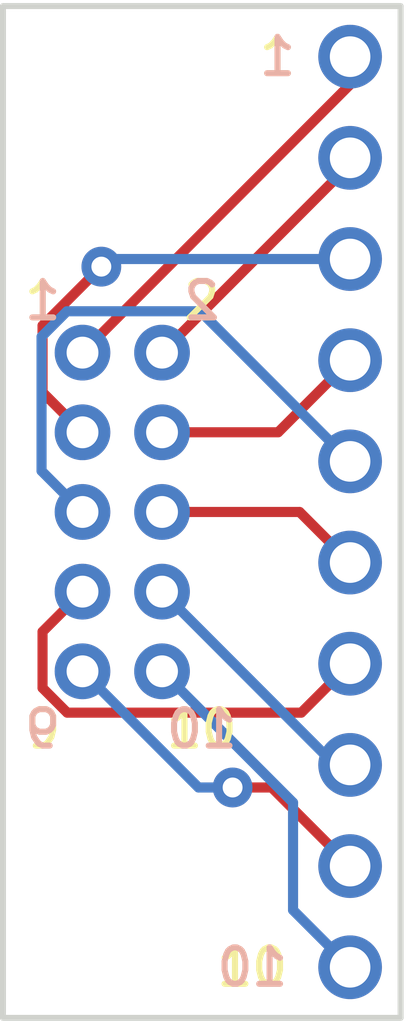
<source format=kicad_pcb>
(kicad_pcb (version 20171130) (host pcbnew "(5.1.6)-1")

  (general
    (thickness 1.6)
    (drawings 16)
    (tracks 34)
    (zones 0)
    (modules 2)
    (nets 11)
  )

  (page A4)
  (layers
    (0 F.Cu signal)
    (31 B.Cu signal)
    (32 B.Adhes user)
    (33 F.Adhes user)
    (34 B.Paste user)
    (35 F.Paste user)
    (36 B.SilkS user)
    (37 F.SilkS user)
    (38 B.Mask user)
    (39 F.Mask user)
    (40 Dwgs.User user)
    (41 Cmts.User user)
    (42 Eco1.User user)
    (43 Eco2.User user)
    (44 Edge.Cuts user)
    (45 Margin user)
    (46 B.CrtYd user)
    (47 F.CrtYd user)
    (48 B.Fab user)
    (49 F.Fab user)
  )

  (setup
    (last_trace_width 0.3048)
    (trace_clearance 0.1778)
    (zone_clearance 0.508)
    (zone_45_only no)
    (trace_min 0.15494)
    (via_size 1)
    (via_drill 0.5)
    (via_min_size 0.4)
    (via_min_drill 0.3)
    (uvia_size 0.3)
    (uvia_drill 0.1)
    (uvias_allowed no)
    (uvia_min_size 0.2)
    (uvia_min_drill 0.1)
    (edge_width 0.15)
    (segment_width 0.15)
    (pcb_text_width 0.3)
    (pcb_text_size 1.5 1.5)
    (mod_edge_width 0.15)
    (mod_text_size 1 1)
    (mod_text_width 0.15)
    (pad_size 1.524 1.524)
    (pad_drill 0.762)
    (pad_to_mask_clearance 0.2)
    (aux_axis_origin 0 0)
    (visible_elements 7FFFFF7F)
    (pcbplotparams
      (layerselection 0x010f0_ffffffff)
      (usegerberextensions true)
      (usegerberattributes false)
      (usegerberadvancedattributes false)
      (creategerberjobfile false)
      (excludeedgelayer true)
      (linewidth 0.100000)
      (plotframeref false)
      (viasonmask false)
      (mode 1)
      (useauxorigin false)
      (hpglpennumber 1)
      (hpglpenspeed 20)
      (hpglpendiameter 15.000000)
      (psnegative false)
      (psa4output false)
      (plotreference true)
      (plotvalue true)
      (plotinvisibletext false)
      (padsonsilk false)
      (subtractmaskfromsilk true)
      (outputformat 1)
      (mirror false)
      (drillshape 0)
      (scaleselection 1)
      (outputdirectory "gerber/"))
  )

  (net 0 "")
  (net 1 /1)
  (net 2 /2)
  (net 3 /3)
  (net 4 /4)
  (net 5 /5)
  (net 6 /6)
  (net 7 /7)
  (net 8 /8)
  (net 9 /9)
  (net 10 /10)

  (net_class Default "これはデフォルトのネット クラスです。"
    (clearance 0.1778)
    (trace_width 0.3048)
    (via_dia 1)
    (via_drill 0.5)
    (uvia_dia 0.3)
    (uvia_drill 0.1)
    (add_net /1)
    (add_net /10)
    (add_net /2)
    (add_net /3)
    (add_net /4)
    (add_net /5)
    (add_net /6)
    (add_net /7)
    (add_net /8)
    (add_net /9)
  )

  (module user:USER_SIL-10_NoSilk (layer F.Cu) (tedit 5F30F525) (tstamp 5C2857FF)
    (at 58.73 137.3 270)
    (descr "Connecteur 3 pins")
    (tags "CONN DEV")
    (path /5C285000)
    (fp_text reference J2 (at 0 -2.54 270) (layer F.SilkS) hide
      (effects (font (size 1.016 1.016) (thickness 0.1778)))
    )
    (fp_text value 2.54_1x10P (at 0 2.54 270) (layer F.SilkS) hide
      (effects (font (size 1.016 1.016) (thickness 0.1778)))
    )
    (fp_line (start -12.7 1.27) (end -12.7 -1.27) (layer Dwgs.User) (width 0.3048))
    (fp_line (start -12.7 -1.27) (end 12.7 -1.27) (layer Dwgs.User) (width 0.3048))
    (fp_line (start 12.7 -1.27) (end 12.7 1.27) (layer Dwgs.User) (width 0.3048))
    (fp_line (start 12.7 1.27) (end -12.7 1.27) (layer Dwgs.User) (width 0.3048))
    (pad 10 thru_hole circle (at 11.43 0 270) (size 1.6 1.6) (drill 1.02) (layers *.Cu *.Mask)
      (net 10 /10))
    (pad 9 thru_hole circle (at 8.89 0 270) (size 1.6 1.6) (drill 1.02) (layers *.Cu *.Mask)
      (net 9 /9))
    (pad 8 thru_hole circle (at 6.35 0 270) (size 1.6 1.6) (drill 1.02) (layers *.Cu *.Mask)
      (net 8 /8))
    (pad 1 thru_hole circle (at -11.43 0 270) (size 1.6 1.6) (drill 1.02) (layers *.Cu *.Mask)
      (net 1 /1))
    (pad 7 thru_hole circle (at 3.81 0 270) (size 1.6 1.6) (drill 1.02) (layers *.Cu *.Mask)
      (net 7 /7))
    (pad 6 thru_hole circle (at 1.27 0 270) (size 1.6 1.6) (drill 1.02) (layers *.Cu *.Mask)
      (net 6 /6))
    (pad 5 thru_hole circle (at -1.27 0 270) (size 1.6 1.6) (drill 1.02) (layers *.Cu *.Mask)
      (net 5 /5))
    (pad 4 thru_hole circle (at -3.81 0 270) (size 1.6 1.6) (drill 1.02) (layers *.Cu *.Mask)
      (net 4 /4))
    (pad 3 thru_hole circle (at -6.35 0 270) (size 1.6 1.6) (drill 1.02) (layers *.Cu *.Mask)
      (net 3 /3))
    (pad 2 thru_hole circle (at -8.89 0 270) (size 1.6 1.6) (drill 1.02) (layers *.Cu *.Mask)
      (net 2 /2))
  )

  (module user:USER_DIL_2mm_5X2_NoSilk (layer F.Cu) (tedit 5F30EBA1) (tstamp 5F31AA26)
    (at 53 137.3)
    (path /5C2842FE)
    (fp_text reference J1 (at 0 -6 unlocked) (layer Dwgs.User) hide
      (effects (font (size 1.016 1.016) (thickness 0.1778)))
    )
    (fp_text value 2.00_2x5P (at 0 6 unlocked) (layer Dwgs.User) hide
      (effects (font (size 0.9144 0.9144) (thickness 0.1524)))
    )
    (fp_line (start 2.75 8.67) (end 2.75 -8.67) (layer Dwgs.User) (width 0.15))
    (fp_line (start 2.75 -8.67) (end -2.75 -8.67) (layer Dwgs.User) (width 0.15))
    (fp_line (start -2.75 -8.67) (end -2.75 8.67) (layer Dwgs.User) (width 0.15))
    (fp_line (start -2.75 8.67) (end 2.75 8.67) (layer Dwgs.User) (width 0.15))
    (pad 1 thru_hole circle (at -1 -4) (size 1.4 1.4) (drill 0.8) (layers *.Cu *.Mask)
      (net 1 /1))
    (pad 2 thru_hole circle (at 1 -4) (size 1.4 1.4) (drill 0.8) (layers *.Cu *.Mask)
      (net 2 /2))
    (pad 5 thru_hole circle (at -1 0) (size 1.4 1.4) (drill 0.8) (layers *.Cu *.Mask)
      (net 5 /5))
    (pad 6 thru_hole circle (at 1 0) (size 1.4 1.4) (drill 0.8) (layers *.Cu *.Mask)
      (net 6 /6))
    (pad 3 thru_hole circle (at -1 -2) (size 1.4 1.4) (drill 0.8) (layers *.Cu *.Mask)
      (net 3 /3))
    (pad 4 thru_hole circle (at 1 -2) (size 1.4 1.4) (drill 0.8) (layers *.Cu *.Mask)
      (net 4 /4))
    (pad 7 thru_hole circle (at -1 2) (size 1.4 1.4) (drill 0.8) (layers *.Cu *.Mask)
      (net 7 /7))
    (pad 8 thru_hole circle (at 1 2) (size 1.4 1.4) (drill 0.8) (layers *.Cu *.Mask)
      (net 8 /8))
    (pad 9 thru_hole circle (at -1 4) (size 1.4 1.4) (drill 0.8) (layers *.Cu *.Mask)
      (net 9 /9))
    (pad 10 thru_hole circle (at 1 4) (size 1.4 1.4) (drill 0.8) (layers *.Cu *.Mask)
      (net 10 /10))
  )

  (gr_line (start 50 124.6) (end 50 150) (angle 90) (layer Edge.Cuts) (width 0.15) (tstamp 5C285847))
  (gr_line (start 50 150) (end 60 150) (angle 90) (layer Edge.Cuts) (width 0.15) (tstamp 5C285846))
  (gr_line (start 60 150) (end 60 124.6) (angle 90) (layer Edge.Cuts) (width 0.15) (tstamp 5C285845))
  (gr_line (start 60 124.6) (end 50 124.6) (angle 90) (layer Edge.Cuts) (width 0.15) (tstamp 5C285844))
  (gr_text 1 (at 51 132) (layer F.SilkS) (tstamp 5C285843)
    (effects (font (size 0.9144 0.9144) (thickness 0.1524)))
  )
  (gr_text 2 (at 55 132) (layer F.SilkS) (tstamp 5C285842)
    (effects (font (size 0.9144 0.9144) (thickness 0.1524)))
  )
  (gr_text 9 (at 51 142.75) (layer F.SilkS) (tstamp 5C285841)
    (effects (font (size 0.9144 0.9144) (thickness 0.1524)))
  )
  (gr_text 10 (at 55 142.75) (layer F.SilkS) (tstamp 5C285840)
    (effects (font (size 0.9144 0.9144) (thickness 0.1524)))
  )
  (gr_text 1 (at 56.905 125.87) (layer F.SilkS) (tstamp 5C28583F)
    (effects (font (size 0.9144 0.9144) (thickness 0.1524)))
  )
  (gr_text 10 (at 56.27 148.73) (layer F.SilkS) (tstamp 5C28583E)
    (effects (font (size 0.9144 0.9144) (thickness 0.1524)))
  )
  (gr_text 1 (at 56.905 125.87) (layer B.SilkS) (tstamp 5C28583D)
    (effects (font (size 0.9144 0.9144) (thickness 0.1524)) (justify mirror))
  )
  (gr_text 10 (at 56.27 148.73) (layer B.SilkS) (tstamp 5C28583C)
    (effects (font (size 0.9144 0.9144) (thickness 0.1524)) (justify mirror))
  )
  (gr_text 2 (at 55 132) (layer B.SilkS) (tstamp 5C28583B)
    (effects (font (size 0.9144 0.9144) (thickness 0.1524)) (justify mirror))
  )
  (gr_text 1 (at 51 132) (layer B.SilkS) (tstamp 5C28583A)
    (effects (font (size 0.9144 0.9144) (thickness 0.1524)) (justify mirror))
  )
  (gr_text 9 (at 51 142.75) (layer B.SilkS) (tstamp 5C285839)
    (effects (font (size 0.9144 0.9144) (thickness 0.1524)) (justify mirror))
  )
  (gr_text 10 (at 55 142.75) (layer B.SilkS) (tstamp 5C285838)
    (effects (font (size 0.9144 0.9144) (thickness 0.1524)) (justify mirror))
  )

  (segment (start 52 133.3) (end 58.73 126.57) (width 0.254) (layer F.Cu) (net 1))
  (segment (start 58.73 126.57) (end 58.73 125.87) (width 0.254) (layer F.Cu) (net 1))
  (segment (start 54 133.3) (end 58.73 128.57) (width 0.254) (layer F.Cu) (net 2))
  (segment (start 58.73 128.57) (end 58.73 128.41) (width 0.254) (layer F.Cu) (net 2))
  (segment (start 52.4737 131.1413) (end 52.665 130.95) (width 0.254) (layer B.Cu) (net 3))
  (segment (start 52.665 130.95) (end 58.73 130.95) (width 0.254) (layer B.Cu) (net 3))
  (segment (start 52 135.3) (end 50.9948 134.2948) (width 0.254) (layer F.Cu) (net 3))
  (segment (start 50.9948 134.2948) (end 50.9948 132.6202) (width 0.254) (layer F.Cu) (net 3))
  (segment (start 50.9948 132.6202) (end 52.4737 131.1413) (width 0.254) (layer F.Cu) (net 3))
  (via (at 52.4737 131.1413) (size 1) (layers F.Cu B.Cu) (net 3))
  (segment (start 54 135.3) (end 56.92 135.3) (width 0.254) (layer F.Cu) (net 4))
  (segment (start 56.92 135.3) (end 58.73 133.49) (width 0.254) (layer F.Cu) (net 4))
  (segment (start 52 137.3) (end 50.9698 136.2698) (width 0.254) (layer B.Cu) (net 5))
  (segment (start 50.9698 136.2698) (end 50.9698 132.9007) (width 0.254) (layer B.Cu) (net 5))
  (segment (start 50.9698 132.9007) (end 51.6087 132.2618) (width 0.254) (layer B.Cu) (net 5))
  (segment (start 51.6087 132.2618) (end 54.9618 132.2618) (width 0.254) (layer B.Cu) (net 5))
  (segment (start 54.9618 132.2618) (end 58.73 136.03) (width 0.254) (layer B.Cu) (net 5))
  (segment (start 54 137.3) (end 57.46 137.3) (width 0.254) (layer F.Cu) (net 6))
  (segment (start 57.46 137.3) (end 58.73 138.57) (width 0.254) (layer F.Cu) (net 6))
  (segment (start 52 139.3) (end 50.9948 140.3052) (width 0.254) (layer F.Cu) (net 7))
  (segment (start 50.9948 140.3052) (end 50.9948 141.7186) (width 0.254) (layer F.Cu) (net 7))
  (segment (start 50.9948 141.7186) (end 51.6144 142.3382) (width 0.254) (layer F.Cu) (net 7))
  (segment (start 51.6144 142.3382) (end 57.5018 142.3382) (width 0.254) (layer F.Cu) (net 7))
  (segment (start 57.5018 142.3382) (end 58.73 141.11) (width 0.254) (layer F.Cu) (net 7))
  (segment (start 54 139.3) (end 58.35 143.65) (width 0.254) (layer B.Cu) (net 8))
  (segment (start 58.35 143.65) (end 58.73 143.65) (width 0.254) (layer B.Cu) (net 8))
  (segment (start 55.7751 144.2168) (end 56.7568 144.2168) (width 0.254) (layer F.Cu) (net 9))
  (segment (start 56.7568 144.2168) (end 58.73 146.19) (width 0.254) (layer F.Cu) (net 9))
  (segment (start 52 141.3) (end 54.9168 144.2168) (width 0.254) (layer B.Cu) (net 9))
  (segment (start 54.9168 144.2168) (end 55.7751 144.2168) (width 0.254) (layer B.Cu) (net 9))
  (via (at 55.7751 144.2168) (size 1) (layers F.Cu B.Cu) (net 9))
  (segment (start 54 141.3) (end 57.2952 144.5952) (width 0.254) (layer B.Cu) (net 10))
  (segment (start 57.2952 144.5952) (end 57.2952 147.2952) (width 0.254) (layer B.Cu) (net 10))
  (segment (start 57.2952 147.2952) (end 58.73 148.73) (width 0.254) (layer B.Cu) (net 10))

  (zone (net 0) (net_name "") (layers F&B.Cu) (tstamp 0) (hatch edge 0.508)
    (connect_pads (clearance 0.508))
    (min_thickness 0.254)
    (keepout (tracks allowed) (vias not_allowed) (copperpour allowed))
    (fill (arc_segments 32) (thermal_gap 0.508) (thermal_bridge_width 0.508))
    (polygon
      (pts
        (xy 55.75 143.25) (xy 54.25 143.25) (xy 54.25 142.25) (xy 55.75 142.25)
      )
    )
  )
  (zone (net 0) (net_name "") (layers F&B.Cu) (tstamp 0) (hatch edge 0.508)
    (connect_pads (clearance 0.508))
    (min_thickness 0.254)
    (keepout (tracks allowed) (vias not_allowed) (copperpour allowed))
    (fill (arc_segments 32) (thermal_gap 0.508) (thermal_bridge_width 0.508))
    (polygon
      (pts
        (xy 51.5 143.25) (xy 50.25 143.25) (xy 50.25 142.25) (xy 51.5 142.25)
      )
    )
  )
  (zone (net 0) (net_name "") (layers F&B.Cu) (tstamp 0) (hatch edge 0.508)
    (connect_pads (clearance 0.508))
    (min_thickness 0.254)
    (keepout (tracks allowed) (vias not_allowed) (copperpour allowed))
    (fill (arc_segments 32) (thermal_gap 0.508) (thermal_bridge_width 0.508))
    (polygon
      (pts
        (xy 55.5 132.5) (xy 54.5 132.5) (xy 54.5 131.5) (xy 55.5 131.5)
      )
    )
  )
  (zone (net 0) (net_name "") (layers F&B.Cu) (tstamp 0) (hatch edge 0.508)
    (connect_pads (clearance 0.508))
    (min_thickness 0.254)
    (keepout (tracks allowed) (vias not_allowed) (copperpour allowed))
    (fill (arc_segments 32) (thermal_gap 0.508) (thermal_bridge_width 0.508))
    (polygon
      (pts
        (xy 51.5 132.5) (xy 50.5 132.5) (xy 50.5 131.5) (xy 51.5 131.5)
      )
    )
  )
  (zone (net 0) (net_name "") (layers F&B.Cu) (tstamp 0) (hatch edge 0.508)
    (connect_pads (clearance 0.508))
    (min_thickness 0.254)
    (keepout (tracks allowed) (vias not_allowed) (copperpour allowed))
    (fill (arc_segments 32) (thermal_gap 0.508) (thermal_bridge_width 0.508))
    (polygon
      (pts
        (xy 57 149.25) (xy 55.5 149.25) (xy 55.5 148.25) (xy 57 148.25)
      )
    )
  )
  (zone (net 0) (net_name "") (layers F&B.Cu) (tstamp 0) (hatch edge 0.508)
    (connect_pads (clearance 0.508))
    (min_thickness 0.254)
    (keepout (tracks allowed) (vias not_allowed) (copperpour allowed))
    (fill (arc_segments 32) (thermal_gap 0.508) (thermal_bridge_width 0.508))
    (polygon
      (pts
        (xy 57.25 126.5) (xy 56.5 126.5) (xy 56.5 125.25) (xy 57.25 125.25)
      )
    )
  )
)

</source>
